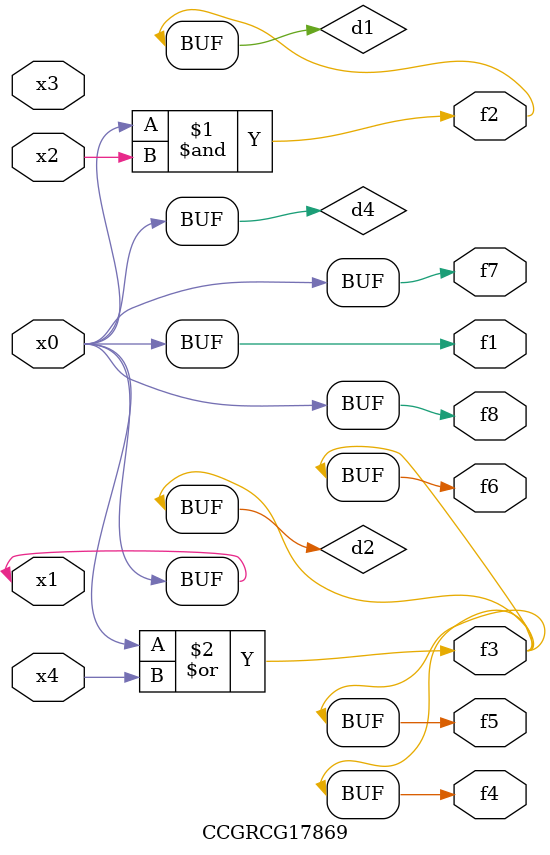
<source format=v>
module CCGRCG17869(
	input x0, x1, x2, x3, x4,
	output f1, f2, f3, f4, f5, f6, f7, f8
);

	wire d1, d2, d3, d4;

	and (d1, x0, x2);
	or (d2, x0, x4);
	nand (d3, x0, x2);
	buf (d4, x0, x1);
	assign f1 = d4;
	assign f2 = d1;
	assign f3 = d2;
	assign f4 = d2;
	assign f5 = d2;
	assign f6 = d2;
	assign f7 = d4;
	assign f8 = d4;
endmodule

</source>
